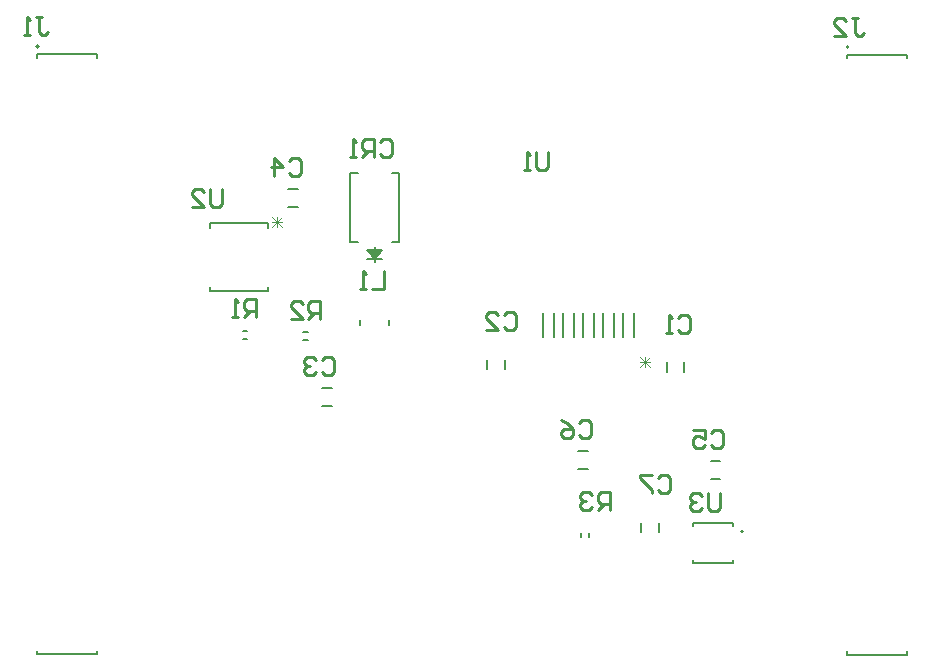
<source format=gbo>
G04*
G04 #@! TF.GenerationSoftware,Altium Limited,Altium Designer,22.2.1 (43)*
G04*
G04 Layer_Color=32896*
%FSLAX25Y25*%
%MOIN*%
G70*
G04*
G04 #@! TF.SameCoordinates,2BD9F523-0FC0-4ADC-A514-1134C6E00D61*
G04*
G04*
G04 #@! TF.FilePolarity,Positive*
G04*
G01*
G75*
%ADD11C,0.01000*%
%ADD38C,0.00787*%
%ADD39C,0.00600*%
%ADD40C,0.00300*%
D11*
X303401Y-65002D02*
X305401D01*
X304401D01*
Y-70000D01*
X305401Y-71000D01*
X306400D01*
X307400Y-70000D01*
X297403Y-71000D02*
X301402D01*
X297403Y-67001D01*
Y-66002D01*
X298403Y-65002D01*
X300402D01*
X301402Y-66002D01*
X31401Y-64802D02*
X33401D01*
X32401D01*
Y-69800D01*
X33401Y-70800D01*
X34400D01*
X35400Y-69800D01*
X29402Y-70800D02*
X27402D01*
X28402D01*
Y-64802D01*
X29402Y-65802D01*
X259400Y-223402D02*
Y-228400D01*
X258400Y-229400D01*
X256401D01*
X255401Y-228400D01*
Y-223402D01*
X253402Y-224402D02*
X252402Y-223402D01*
X250403D01*
X249403Y-224402D01*
Y-225401D01*
X250403Y-226401D01*
X251402D01*
X250403D01*
X249403Y-227401D01*
Y-228400D01*
X250403Y-229400D01*
X252402D01*
X253402Y-228400D01*
X93500Y-122102D02*
Y-127100D01*
X92500Y-128100D01*
X90501D01*
X89501Y-127100D01*
Y-122102D01*
X83503Y-128100D02*
X87502D01*
X83503Y-124101D01*
Y-123102D01*
X84503Y-122102D01*
X86502D01*
X87502Y-123102D01*
X202100Y-109702D02*
Y-114700D01*
X201100Y-115700D01*
X199101D01*
X198101Y-114700D01*
Y-109702D01*
X196102Y-115700D02*
X194103D01*
X195102D01*
Y-109702D01*
X196102Y-110702D01*
X222700Y-229100D02*
Y-223102D01*
X219701D01*
X218701Y-224102D01*
Y-226101D01*
X219701Y-227101D01*
X222700D01*
X220701D02*
X218701Y-229100D01*
X216702Y-224102D02*
X215702Y-223102D01*
X213703D01*
X212703Y-224102D01*
Y-225101D01*
X213703Y-226101D01*
X214703D01*
X213703D01*
X212703Y-227101D01*
Y-228100D01*
X213703Y-229100D01*
X215702D01*
X216702Y-228100D01*
X126346Y-165499D02*
Y-159501D01*
X123347D01*
X122347Y-160501D01*
Y-162500D01*
X123347Y-163500D01*
X126346D01*
X124346D02*
X122347Y-165499D01*
X116349D02*
X120348D01*
X116349Y-161500D01*
Y-160501D01*
X117349Y-159501D01*
X119348D01*
X120348Y-160501D01*
X104900Y-164800D02*
Y-158802D01*
X101901D01*
X100901Y-159802D01*
Y-161801D01*
X101901Y-162801D01*
X104900D01*
X102901D02*
X100901Y-164800D01*
X98902D02*
X96903D01*
X97902D01*
Y-158802D01*
X98902Y-159802D01*
X147500Y-149402D02*
Y-155400D01*
X143501D01*
X141502D02*
X139503D01*
X140502D01*
Y-149402D01*
X141502Y-150402D01*
X146101Y-106202D02*
X147101Y-105202D01*
X149100D01*
X150100Y-106202D01*
Y-110200D01*
X149100Y-111200D01*
X147101D01*
X146101Y-110200D01*
X144102Y-111200D02*
Y-105202D01*
X141103D01*
X140103Y-106202D01*
Y-108201D01*
X141103Y-109201D01*
X144102D01*
X142103D02*
X140103Y-111200D01*
X138104D02*
X136105D01*
X137104D01*
Y-105202D01*
X138104Y-106202D01*
X238801Y-218502D02*
X239801Y-217502D01*
X241800D01*
X242800Y-218502D01*
Y-222500D01*
X241800Y-223500D01*
X239801D01*
X238801Y-222500D01*
X236802Y-217502D02*
X232803D01*
Y-218502D01*
X236802Y-222500D01*
Y-223500D01*
X212401Y-200002D02*
X213401Y-199002D01*
X215400D01*
X216400Y-200002D01*
Y-204000D01*
X215400Y-205000D01*
X213401D01*
X212401Y-204000D01*
X206403Y-199002D02*
X208402Y-200002D01*
X210402Y-202001D01*
Y-204000D01*
X209402Y-205000D01*
X207403D01*
X206403Y-204000D01*
Y-203001D01*
X207403Y-202001D01*
X210402D01*
X256501Y-203402D02*
X257501Y-202402D01*
X259500D01*
X260500Y-203402D01*
Y-207400D01*
X259500Y-208400D01*
X257501D01*
X256501Y-207400D01*
X250503Y-202402D02*
X254502D01*
Y-205401D01*
X252502Y-204401D01*
X251503D01*
X250503Y-205401D01*
Y-207400D01*
X251503Y-208400D01*
X253502D01*
X254502Y-207400D01*
X115701Y-112802D02*
X116701Y-111802D01*
X118700D01*
X119700Y-112802D01*
Y-116800D01*
X118700Y-117800D01*
X116701D01*
X115701Y-116800D01*
X110703Y-117800D02*
Y-111802D01*
X113702Y-114801D01*
X109703D01*
X127001Y-179102D02*
X128001Y-178102D01*
X130000D01*
X131000Y-179102D01*
Y-183100D01*
X130000Y-184100D01*
X128001D01*
X127001Y-183100D01*
X125002Y-179102D02*
X124002Y-178102D01*
X122003D01*
X121003Y-179102D01*
Y-180101D01*
X122003Y-181101D01*
X123003D01*
X122003D01*
X121003Y-182101D01*
Y-183100D01*
X122003Y-184100D01*
X124002D01*
X125002Y-183100D01*
X187601Y-164102D02*
X188601Y-163102D01*
X190600D01*
X191600Y-164102D01*
Y-168100D01*
X190600Y-169100D01*
X188601D01*
X187601Y-168100D01*
X181603Y-169100D02*
X185602D01*
X181603Y-165101D01*
Y-164102D01*
X182603Y-163102D01*
X184602D01*
X185602Y-164102D01*
X245401Y-164902D02*
X246401Y-163902D01*
X248400D01*
X249400Y-164902D01*
Y-168900D01*
X248400Y-169900D01*
X246401D01*
X245401Y-168900D01*
X243402Y-169900D02*
X241403D01*
X242402D01*
Y-163902D01*
X243402Y-164902D01*
D38*
X32394Y-74541D02*
G03*
X32394Y-74541I-394J0D01*
G01*
X302394Y-74741D02*
G03*
X302394Y-74741I-394J0D01*
G01*
X120660Y-169622D02*
X122235D01*
X120660Y-172378D02*
X122235D01*
X31941Y-78222D02*
Y-77100D01*
X51941Y-78222D02*
Y-77100D01*
X31941Y-277100D02*
Y-275978D01*
X51941Y-277100D02*
Y-275978D01*
X31941Y-77100D02*
X51941D01*
X31941Y-277100D02*
X51941D01*
X126910Y-188447D02*
X130060D01*
X126910Y-194353D02*
X130060D01*
X256440Y-212747D02*
X259590D01*
X256440Y-218653D02*
X259590D01*
X213122Y-238192D02*
Y-236617D01*
X215878Y-238192D02*
Y-236617D01*
X212335Y-215253D02*
X215484D01*
X212335Y-209347D02*
X215484D01*
X239135Y-236519D02*
Y-233369D01*
X233229Y-236519D02*
Y-233369D01*
X187853Y-182175D02*
Y-179025D01*
X181947Y-182175D02*
Y-179025D01*
X241747Y-182960D02*
Y-179810D01*
X247653Y-182960D02*
Y-179810D01*
X100413Y-169222D02*
X101987D01*
X100413Y-171978D02*
X101987D01*
X115565Y-122148D02*
X118715D01*
X115565Y-128054D02*
X118715D01*
X301941Y-78422D02*
Y-77300D01*
X321941Y-78422D02*
Y-77300D01*
X301941Y-277300D02*
Y-276178D01*
X321941Y-277300D02*
Y-276178D01*
X301941Y-77300D02*
X321941D01*
X301941Y-277300D02*
X321941D01*
D39*
X267269Y-236124D02*
G03*
X267269Y-236124I-400J0D01*
G01*
X150060Y-116784D02*
X152656D01*
X144400Y-146292D02*
Y-141292D01*
X141900Y-145292D02*
X146900D01*
X144400D02*
X146900Y-142292D01*
X144400Y-145292D02*
X146400Y-142292D01*
X144400Y-145292D02*
X145900Y-142292D01*
X144400Y-145292D02*
X145400Y-142292D01*
X144400Y-145292D02*
X144900Y-142292D01*
X141900D02*
X144400Y-145292D01*
X142400Y-142292D02*
X144400Y-145292D01*
X142900Y-142292D02*
X144400Y-145292D01*
X143400Y-142292D02*
X144400Y-145292D01*
X143900Y-142292D02*
X144400Y-145292D01*
X141900Y-142292D02*
X146900D01*
X136144Y-139792D02*
Y-116784D01*
X138740D01*
X152656Y-139792D02*
Y-116784D01*
X150060Y-139792D02*
X152656D01*
X136144D02*
X138740D01*
X89650Y-134891D02*
Y-133450D01*
Y-156150D02*
X108750D01*
X89650D02*
Y-154709D01*
Y-133450D02*
X108750D01*
Y-134891D02*
Y-133450D01*
Y-156150D02*
Y-154709D01*
X230886Y-171300D02*
Y-163310D01*
X224193Y-171300D02*
Y-163310D01*
X217500Y-171300D02*
Y-163310D01*
X210807Y-171300D02*
Y-163310D01*
X204114Y-171300D02*
Y-163310D01*
X227286Y-171300D02*
Y-163310D01*
X220593Y-171300D02*
Y-163310D01*
X213900Y-171300D02*
Y-163310D01*
X207207Y-171300D02*
Y-163310D01*
X200514Y-171300D02*
Y-163310D01*
X149250Y-167439D02*
Y-165861D01*
X139550Y-167439D02*
Y-165861D01*
X250600Y-246762D02*
X264000D01*
X250600D02*
Y-245810D01*
Y-233362D02*
X264000D01*
Y-234314D02*
Y-233362D01*
Y-246762D02*
Y-245810D01*
X250600Y-234314D02*
Y-233362D01*
D40*
X113350Y-131435D02*
X110018Y-134767D01*
X113350D02*
X110018Y-131435D01*
X113350Y-133101D02*
X110018D01*
X111684Y-134767D02*
Y-131435D01*
X236182Y-177935D02*
X232850Y-181267D01*
X236182D02*
X232850Y-177935D01*
X236182Y-179601D02*
X232850D01*
X234516Y-181267D02*
Y-177935D01*
M02*

</source>
